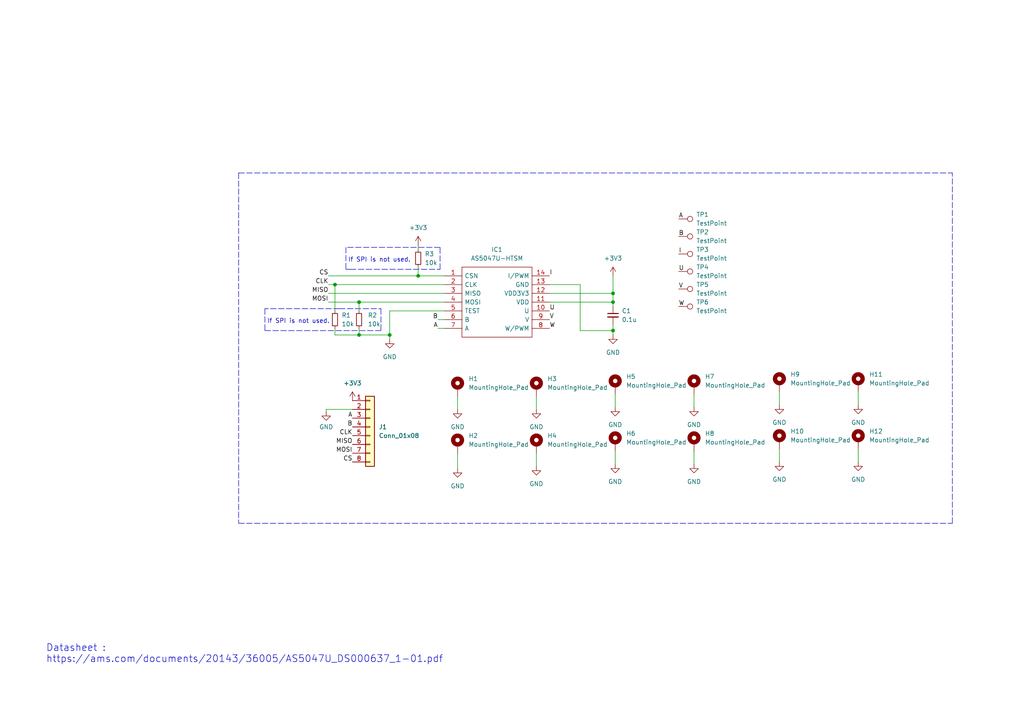
<source format=kicad_sch>
(kicad_sch (version 20211123) (generator eeschema)
  (paper "A4")
  (title_block (title "AS5047U Encoder for CubeSat Projects") (date "2022-01-18") (rev "v01") (company "FIBO") (comment 2 "Author: Kittitouch Lelapiyamit"))
  (lib_symbols
    (symbol "AS5047U-HTSM:AS5047U-HTSM" (pin_names (offset 0.762))
      (property "Reference" "IC" (at 26.67 7.62 0))
      (property "Value" "AS5047U-HTSM" (at 26.67 5.08 0))
      (symbol "AS5047U-HTSM_0_0"
        (pin passive line (at 0 0 0) (length 5.08) (name "CSN") (number "1"))
        (pin passive line (at 30.48 -10.16 180) (length 5.08) (name "U") (number "10"))
        (pin passive line (at 30.48 -7.62 180) (length 5.08) (name "VDD") (number "11"))
        (pin passive line (at 30.48 -5.08 180) (length 5.08) (name "VDD3V3") (number "12"))
        (pin passive line (at 30.48 -2.54 180) (length 5.08) (name "GND") (number "13"))
        (pin passive line (at 30.48 0 180) (length 5.08) (name "I/PWM") (number "14"))
        (pin passive line (at 0 -2.54 0) (length 5.08) (name "CLK") (number "2"))
        (pin passive line (at 0 -5.08 0) (length 5.08) (name "MISO") (number "3"))
        (pin passive line (at 0 -7.62 0) (length 5.08) (name "MOSI") (number "4"))
        (pin passive line (at 0 -10.16 0) (length 5.08) (name "TEST") (number "5"))
        (pin passive line (at 0 -12.7 0) (length 5.08) (name "B") (number "6"))
        (pin passive line (at 0 -15.24 0) (length 5.08) (name "A") (number "7"))
        (pin passive line (at 30.48 -15.24 180) (length 5.08) (name "W/PWM") (number "8"))
        (pin passive line (at 30.48 -12.7 180) (length 5.08) (name "V") (number "9"))
      )
      (symbol "AS5047U-HTSM_0_1"
        (polyline (pts (xy 5.08 2.54) (xy 25.4 2.54) (xy 25.4 -17.78) (xy 5.08 -17.78) (xy 5.08 2.54)) (stroke (width 0.1524)))
      )
    )
    (symbol "Connector:TestPoint" (pin_numbers hide) (pin_names (offset 0.762) hide)
      (property "Reference" "TP" (at 0 6.858 0))
      (property "Value" "TestPoint" (at 0 5.08 0))
      (symbol "TestPoint_0_1"
        (circle (center 0 3.302) (radius 0.762))
      )
      (symbol "TestPoint_1_1"
        (pin passive line (at 0 0 90) (length 2.54) (name "1") (number "1"))
      )
    )
    (symbol "Connector_Generic:Conn_01x08" (pin_names (offset 1.016) hide)
      (property "Reference" "J" (at 0 10.16 0))
      (property "Value" "Conn_01x08" (at 0 -12.7 0))
      (symbol "Conn_01x08_1_1"
        (rectangle (start -1.27 -10.033) (end 0 -10.287) (stroke (width 0.1524)))
        (rectangle (start -1.27 -7.493) (end 0 -7.747) (stroke (width 0.1524)))
        (rectangle (start -1.27 -4.953) (end 0 -5.207) (stroke (width 0.1524)))
        (rectangle (start -1.27 -2.413) (end 0 -2.667) (stroke (width 0.1524)))
        (rectangle (start -1.27 0.127) (end 0 -0.127) (stroke (width 0.1524)))
        (rectangle (start -1.27 2.667) (end 0 2.413) (stroke (width 0.1524)))
        (rectangle (start -1.27 5.207) (end 0 4.953) (stroke (width 0.1524)))
        (rectangle (start -1.27 7.747) (end 0 7.493) (stroke (width 0.1524)))
        (rectangle (start -1.27 8.89) (end 1.27 -11.43) (stroke (width 0.254)) (fill (type background)))
        (pin passive line (at -5.08 7.62 0) (length 3.81) (name "Pin_1") (number "1"))
        (pin passive line (at -5.08 5.08 0) (length 3.81) (name "Pin_2") (number "2"))
        (pin passive line (at -5.08 2.54 0) (length 3.81) (name "Pin_3") (number "3"))
        (pin passive line (at -5.08 0 0) (length 3.81) (name "Pin_4") (number "4"))
        (pin passive line (at -5.08 -2.54 0) (length 3.81) (name "Pin_5") (number "5"))
        (pin passive line (at -5.08 -5.08 0) (length 3.81) (name "Pin_6") (number "6"))
        (pin passive line (at -5.08 -7.62 0) (length 3.81) (name "Pin_7") (number "7"))
        (pin passive line (at -5.08 -10.16 0) (length 3.81) (name "Pin_8") (number "8"))
      )
    )
    (symbol "Device:C_Small" (pin_numbers hide) (pin_names (offset 0.254) hide)
      (property "Reference" "C" (at 0.254 1.778 0))
      (property "Value" "C_Small" (at 0.254 -2.032 0))
      (symbol "C_Small_0_1"
        (polyline (pts (xy -1.524 -0.508) (xy 1.524 -0.508)) (stroke (width 0.3302)))
        (polyline (pts (xy -1.524 0.508) (xy 1.524 0.508)) (stroke (width 0.3048)))
      )
      (symbol "C_Small_1_1"
        (pin passive line (at 0 2.54 270) (length 2.032) (name "~") (number "1"))
        (pin passive line (at 0 -2.54 90) (length 2.032) (name "~") (number "2"))
      )
    )
    (symbol "Device:R_Small" (pin_numbers hide) (pin_names (offset 0.254) hide)
      (property "Reference" "R" (at 0.762 0.508 0))
      (property "Value" "R_Small" (at 0.762 -1.016 0))
      (symbol "R_Small_0_1"
        (rectangle (start -0.762 1.778) (end 0.762 -1.778) (stroke (width 0.2032)))
      )
      (symbol "R_Small_1_1"
        (pin passive line (at 0 2.54 270) (length 0.762) (name "~") (number "1"))
        (pin passive line (at 0 -2.54 90) (length 0.762) (name "~") (number "2"))
      )
    )
    (symbol "Mechanical:MountingHole_Pad" (pin_numbers hide) (pin_names (offset 1.016) hide)
      (property "Reference" "H" (at 0 6.35 0))
      (property "Value" "MountingHole_Pad" (at 0 4.445 0))
      (symbol "MountingHole_Pad_0_1"
        (circle (center 0 1.27) (radius 1.27) (stroke (width 1.27)))
      )
      (symbol "MountingHole_Pad_1_1"
        (pin input line (at 0 -2.54 90) (length 2.54) (name "1") (number "1"))
      )
    )
    (symbol "power:+3.3V" (power) (pin_names (offset 0))
      (property "Value" "+3.3V" (at 0 3.556 0))
      (symbol "+3.3V_0_1"
        (polyline (pts (xy -0.762 1.27) (xy 0 2.54)))
        (polyline (pts (xy 0 0) (xy 0 2.54)))
        (polyline (pts (xy 0 2.54) (xy 0.762 1.27)))
      )
      (symbol "+3.3V_1_1"
        (pin power_in line (at 0 0 90) (length 0) hide (name "+3V3") (number "1"))
      )
    )
    (symbol "power:GND" (power) (pin_names (offset 0))
      (property "Value" "GND" (at 0 -3.81 0))
      (symbol "GND_0_1"
        (polyline (pts (xy 0 0) (xy 0 -1.27) (xy 1.27 -1.27) (xy 0 -2.54) (xy -1.27 -1.27) (xy 0 -1.27)))
      )
      (symbol "GND_1_1"
        (pin power_in line (at 0 0 270) (length 0) hide (name "GND") (number "1"))
      )
    )
  )
  (junction (at 104.14 97.155))
  (junction (at 97.155 82.55))
  (junction (at 121.285 80.01))
  (junction (at 177.8 95.885))
  (junction (at 104.14 87.63))
  (junction (at 177.8 85.09))
  (junction (at 113.03 97.155))
  (junction (at 177.8 87.63))
  (wire (pts (xy 248.92 130.175) (xy 248.92 133.985)))
  (wire (pts (xy 178.435 114.3) (xy 178.435 118.11)))
  (wire (pts (xy 168.275 82.55) (xy 168.275 95.885)))
  (wire (pts (xy 104.14 97.155) (xy 113.03 97.155)))
  (polyline (pts (xy 110.49 89.535) (xy 110.49 95.885)))
  (wire (pts (xy 95.25 82.55) (xy 97.155 82.55)))
  (polyline (pts (xy 101.6 78.105) (xy 127.635 78.105)))
  (wire (pts (xy 104.14 87.63) (xy 104.14 90.17)))
  (wire (pts (xy 127 95.25) (xy 128.905 95.25)))
  (wire (pts (xy 177.8 80.01) (xy 177.8 85.09)))
  (wire (pts (xy 132.715 114.935) (xy 132.715 118.745)))
  (polyline (pts (xy 127.635 71.755) (xy 100.33 71.755)))
  (wire (pts (xy 155.575 131.445) (xy 155.575 135.255)))
  (polyline (pts (xy 76.835 95.885) (xy 110.49 95.885)))
  (polyline (pts (xy 276.225 151.765) (xy 276.225 50.165)))
  (polyline (pts (xy 69.215 50.165) (xy 276.225 50.165)))
  (wire (pts (xy 159.385 87.63) (xy 177.8 87.63)))
  (polyline (pts (xy 127.635 78.105) (xy 127.635 71.755)))
  (wire (pts (xy 104.14 95.25) (xy 104.14 97.155)))
  (polyline (pts (xy 76.835 89.535) (xy 76.835 95.885)))
  (wire (pts (xy 132.715 135.89) (xy 132.715 131.445)))
  (wire (pts (xy 121.285 80.01) (xy 128.905 80.01)))
  (wire (pts (xy 177.8 85.09) (xy 177.8 87.63)))
  (wire (pts (xy 248.92 113.665) (xy 248.92 117.475)))
  (wire (pts (xy 97.155 82.55) (xy 97.155 90.17)))
  (wire (pts (xy 168.275 95.885) (xy 177.8 95.885)))
  (wire (pts (xy 95.25 85.09) (xy 128.905 85.09)))
  (polyline (pts (xy 100.33 78.105) (xy 101.6 78.105)))
  (wire (pts (xy 177.8 95.885) (xy 177.8 97.155)))
  (wire (pts (xy 178.435 130.81) (xy 178.435 134.62)))
  (wire (pts (xy 104.14 87.63) (xy 128.905 87.63)))
  (polyline (pts (xy 98.425 89.535) (xy 110.49 89.535)))
  (wire (pts (xy 177.8 87.63) (xy 177.8 88.9)))
  (wire (pts (xy 97.155 82.55) (xy 128.905 82.55)))
  (polyline (pts (xy 69.215 50.165) (xy 69.215 151.765)))
  (wire (pts (xy 95.25 80.01) (xy 121.285 80.01)))
  (wire (pts (xy 97.155 97.155) (xy 104.14 97.155)))
  (wire (pts (xy 159.385 82.55) (xy 168.275 82.55)))
  (wire (pts (xy 97.155 97.155) (xy 97.155 95.25)))
  (wire (pts (xy 95.25 87.63) (xy 104.14 87.63)))
  (wire (pts (xy 128.905 90.17) (xy 113.03 90.17)))
  (wire (pts (xy 226.06 113.665) (xy 226.06 117.475)))
  (polyline (pts (xy 100.33 71.755) (xy 100.33 78.105)))
  (polyline (pts (xy 69.215 151.765) (xy 276.225 151.765)))
  (wire (pts (xy 201.295 130.81) (xy 201.295 134.62)))
  (wire (pts (xy 121.285 77.47) (xy 121.285 80.01)))
  (wire (pts (xy 102.235 118.745) (xy 94.615 118.745)))
  (wire (pts (xy 121.285 71.12) (xy 121.285 72.39)))
  (wire (pts (xy 177.8 93.98) (xy 177.8 95.885)))
  (wire (pts (xy 113.03 90.17) (xy 113.03 97.155)))
  (wire (pts (xy 94.615 119.38) (xy 94.615 118.745)))
  (wire (pts (xy 155.575 114.935) (xy 155.575 118.745)))
  (wire (pts (xy 201.295 114.3) (xy 201.295 118.11)))
  (wire (pts (xy 127 92.71) (xy 128.905 92.71)))
  (wire (pts (xy 159.385 85.09) (xy 177.8 85.09)))
  (wire (pts (xy 113.03 97.155) (xy 113.03 98.425)))
  (polyline (pts (xy 98.425 89.535) (xy 76.835 89.535)))
  (wire (pts (xy 226.06 130.175) (xy 226.06 133.985)))
  (text "If SPI is not used." (at 100.965 76.2 0) (effects (font (size 1.27 1.27)) (justify left bottom)))
  (text "If SPI is not used." (at 77.47 93.98 0) (effects (font (size 1.27 1.27)) (justify left bottom)))
  (text "Datasheet :\nhttps://ams.com/documents/20143/36005/AS5047U_DS000637_1-01.pdf" (at 13.335 192.405 0) (effects (font (size 2 2)) (justify left bottom)))
  (label "W" (at 196.85 88.9 0))
  (label "CS" (at 95.25 80.01 180))
  (label "W" (at 159.385 95.25 0))
  (label "B" (at 127 92.71 180))
  (label "CS" (at 102.235 133.985 180))
  (label "B" (at 196.85 68.58 0))
  (label "U" (at 196.85 78.74 0))
  (label "MOSI" (at 95.25 87.63 180))
  (label "CLK" (at 102.235 126.365 180))
  (label "I" (at 159.385 80.01 0))
  (label "A" (at 196.85 63.5 0))
  (label "B" (at 102.235 123.825 180))
  (label "CLK" (at 95.25 82.55 180))
  (label "MISO" (at 102.235 128.905 180))
  (label "MOSI" (at 102.235 131.445 180))
  (label "MISO" (at 95.25 85.09 180))
  (label "A" (at 102.235 121.285 180))
  (label "U" (at 159.385 90.17 0))
  (label "V" (at 196.85 83.82 0))
  (label "V" (at 159.385 92.71 0))
  (label "A" (at 127 95.25 180))
  (label "I" (at 196.85 73.66 0))
  (symbol (lib_id "Device:C_Small") (at 177.8 91.44 0) (unit 1)
    (property "Reference" "C1" (at 180.34 90.1762 0) (effects (justify left)))
    (property "Value" "0.1u" (at 180.34 92.7162 0) (effects (justify left)))
    (property "Footprint" "Capacitor_SMD:C_0603_1608Metric_Pad1.08x0.95mm_HandSolder" (effects hide))
  )
  (symbol (lib_id "power:GND") (at 132.715 118.745 0) (unit 1)
    (property "Reference" "#PWR05" (effects hide))
    (property "Value" "GND" (at 132.715 123.825 0))
  )
  (symbol (lib_id "Device:R_Small") (at 97.155 92.71 0) (unit 1)
    (property "Reference" "R1" (at 99.06 91.4399 0) (effects (justify left)))
    (property "Value" "10k" (at 99.06 93.9799 0) (effects (justify left)))
    (property "Footprint" "Resistor_SMD:R_0603_1608Metric_Pad0.98x0.95mm_HandSolder" (effects hide))
  )
  (symbol (lib_id "Connector:TestPoint") (at 196.85 68.58 270) (unit 1)
    (property "Reference" "TP2" (at 201.93 67.3099 90) (effects (justify left)))
    (property "Value" "TestPoint" (at 201.93 69.8499 90) (effects (justify left)))
    (property "Footprint" "TestPoint:TestPoint_Pad_1.0x1.0mm" (effects hide))
  )
  (symbol (lib_id "Connector:TestPoint") (at 196.85 88.9 270) (unit 1)
    (property "Reference" "TP6" (at 201.93 87.6299 90) (effects (justify left)))
    (property "Value" "TestPoint" (at 201.93 90.1699 90) (effects (justify left)))
    (property "Footprint" "TestPoint:TestPoint_Pad_1.0x1.0mm" (effects hide))
  )
  (symbol (lib_id "Connector:TestPoint") (at 196.85 78.74 270) (unit 1)
    (property "Reference" "TP4" (at 201.93 77.4699 90) (effects (justify left)))
    (property "Value" "TestPoint" (at 201.93 80.0099 90) (effects (justify left)))
    (property "Footprint" "TestPoint:TestPoint_Pad_1.0x1.0mm" (effects hide))
  )
  (symbol (lib_id "AS5047U-HTSM:AS5047U-HTSM") (at 128.905 80.01 0) (unit 1)
    (property "Reference" "IC1" (at 144.145 72.39 0))
    (property "Value" "AS5047U-HTSM" (at 144.145 74.93 0))
    (property "Footprint" "AS5047U:SOP65P640X120-14N" (effects hide))
    (property "Datasheet" "https://datasheet.datasheetarchive.com/originals/distributors/Datasheets_SAMA/c3ef85baf5c65a55d97fe066bf0af3b0.pdf" (effects hide))
    (property "Description" "AMS AS5047U-HTSM TSSOP14 LF T&RDP" (effects hide))
    (property "Height" "1.2" (effects hide))
    (property "Manufacturer_Name" "ams" (effects hide))
    (property "Manufacturer_Part_Number" "AS5047U-HTSM" (effects hide))
    (property "Mouser Part Number" "985-AS5047U-HTSM" (effects hide))
    (property "Mouser Price/Stock" "https://www.mouser.co.uk/ProductDetail/ams/AS5047U-HTSM?qs=byeeYqUIh0NGoikretscuw%3D%3D" (effects hide))
    (property "Arrow Part Number" "AS5047U-HTSM" (effects hide))
    (property "Arrow Price/Stock" "https://www.arrow.com/en/products/as5047u-htsm/ams-ag?region=nac" (effects hide))
  )
  (symbol (lib_id "Mechanical:MountingHole_Pad") (at 248.92 127.635 0) (unit 1)
    (property "Reference" "H12" (at 252.095 125.0949 0) (effects (justify left)))
    (property "Value" "MountingHole_Pad" (at 252.095 127.6349 0) (effects (justify left)))
    (property "Footprint" "MountingHole:MountingHole_2.2mm_M2_Pad_Via" (effects hide))
  )
  (symbol (lib_id "Mechanical:MountingHole_Pad") (at 226.06 111.125 0) (unit 1)
    (property "Reference" "H9" (at 229.235 108.5849 0) (effects (justify left)))
    (property "Value" "MountingHole_Pad" (at 229.235 111.1249 0) (effects (justify left)))
    (property "Footprint" "MountingHole:MountingHole_2.2mm_M2_Pad_Via" (effects hide))
  )
  (symbol (lib_id "power:GND") (at 226.06 117.475 0) (unit 1)
    (property "Reference" "#PWR015" (effects hide))
    (property "Value" "GND" (at 226.06 122.555 0))
  )
  (symbol (lib_id "power:+3.3V") (at 102.235 116.205 0) (unit 1)
    (property "Reference" "#PWR02" (effects hide))
    (property "Value" "+3.3V" (at 102.235 111.125 0))
  )
  (symbol (lib_id "power:GND") (at 178.435 118.11 0) (unit 1)
    (property "Reference" "#PWR011" (effects hide))
    (property "Value" "GND" (at 178.435 123.19 0))
  )
  (symbol (lib_id "Mechanical:MountingHole_Pad") (at 155.575 128.905 0) (unit 1)
    (property "Reference" "H4" (at 158.75 126.3649 0) (effects (justify left)))
    (property "Value" "MountingHole_Pad" (at 158.75 128.9049 0) (effects (justify left)))
    (property "Footprint" "MountingHole:MountingHole_2.2mm_M2_Pad_Via" (effects hide))
  )
  (symbol (lib_id "Device:R_Small") (at 104.14 92.71 0) (unit 1)
    (property "Reference" "R2" (at 106.68 91.4399 0) (effects (justify left)))
    (property "Value" "10k" (at 106.68 93.9799 0) (effects (justify left)))
    (property "Footprint" "Resistor_SMD:R_0603_1608Metric_Pad0.98x0.95mm_HandSolder" (effects hide))
  )
  (symbol (lib_id "power:GND") (at 113.03 98.425 0) (unit 1)
    (property "Reference" "#PWR03" (effects hide))
    (property "Value" "GND" (at 113.03 103.505 0))
  )
  (symbol (lib_id "power:GND") (at 201.295 118.11 0) (unit 1)
    (property "Reference" "#PWR013" (effects hide))
    (property "Value" "GND" (at 201.295 123.19 0))
  )
  (symbol (lib_id "power:GND") (at 201.295 134.62 0) (unit 1)
    (property "Reference" "#PWR014" (effects hide))
    (property "Value" "GND" (at 201.295 139.7 0))
  )
  (symbol (lib_id "power:+3.3V") (at 121.285 71.12 0) (unit 1)
    (property "Reference" "#PWR04" (effects hide))
    (property "Value" "+3.3V" (at 121.285 66.04 0))
  )
  (symbol (lib_id "Mechanical:MountingHole_Pad") (at 132.715 112.395 0) (unit 1)
    (property "Reference" "H1" (at 135.89 109.8549 0) (effects (justify left)))
    (property "Value" "MountingHole_Pad" (at 135.89 112.3949 0) (effects (justify left)))
    (property "Footprint" "MountingHole:MountingHole_2.2mm_M2_Pad_Via" (effects hide))
  )
  (symbol (lib_id "Mechanical:MountingHole_Pad") (at 248.92 111.125 0) (unit 1)
    (property "Reference" "H11" (at 252.095 108.5849 0) (effects (justify left)))
    (property "Value" "MountingHole_Pad" (at 252.095 111.1249 0) (effects (justify left)))
    (property "Footprint" "MountingHole:MountingHole_2.2mm_M2_Pad_Via" (effects hide))
  )
  (symbol (lib_id "Mechanical:MountingHole_Pad") (at 201.295 111.76 0) (unit 1)
    (property "Reference" "H7" (at 204.47 109.2199 0) (effects (justify left)))
    (property "Value" "MountingHole_Pad" (at 204.47 111.7599 0) (effects (justify left)))
    (property "Footprint" "MountingHole:MountingHole_2.2mm_M2_Pad_Via" (effects hide))
  )
  (symbol (lib_id "Mechanical:MountingHole_Pad") (at 132.715 128.905 0) (unit 1)
    (property "Reference" "H2" (at 135.89 126.3649 0) (effects (justify left)))
    (property "Value" "MountingHole_Pad" (at 135.89 128.9049 0) (effects (justify left)))
    (property "Footprint" "MountingHole:MountingHole_2.2mm_M2_Pad_Via" (effects hide))
  )
  (symbol (lib_id "Device:R_Small") (at 121.285 74.93 0) (unit 1)
    (property "Reference" "R3" (at 123.19 73.6599 0) (effects (justify left)))
    (property "Value" "10k" (at 123.19 76.1999 0) (effects (justify left)))
    (property "Footprint" "Resistor_SMD:R_0603_1608Metric_Pad0.98x0.95mm_HandSolder" (effects hide))
  )
  (symbol (lib_id "Connector:TestPoint") (at 196.85 73.66 270) (unit 1)
    (property "Reference" "TP3" (at 201.93 72.3899 90) (effects (justify left)))
    (property "Value" "TestPoint" (at 201.93 74.9299 90) (effects (justify left)))
    (property "Footprint" "TestPoint:TestPoint_Pad_1.0x1.0mm" (effects hide))
  )
  (symbol (lib_id "Mechanical:MountingHole_Pad") (at 226.06 127.635 0) (unit 1)
    (property "Reference" "H10" (at 229.235 125.0949 0) (effects (justify left)))
    (property "Value" "MountingHole_Pad" (at 229.235 127.6349 0) (effects (justify left)))
    (property "Footprint" "MountingHole:MountingHole_2.2mm_M2_Pad_Via" (effects hide))
  )
  (symbol (lib_id "Connector_Generic:Conn_01x08") (at 107.315 123.825 0) (unit 1)
    (property "Reference" "J1" (at 109.855 123.8249 0) (effects (justify left)))
    (property "Value" "Conn_01x08" (at 109.855 126.3649 0) (effects (justify left)))
    (property "Footprint" "Connector_JST:JST_XH_S8B-XH-A-1_1x08_P2.50mm_Horizontal" (effects hide))
  )
  (symbol (lib_id "Mechanical:MountingHole_Pad") (at 201.295 128.27 0) (unit 1)
    (property "Reference" "H8" (at 204.47 125.7299 0) (effects (justify left)))
    (property "Value" "MountingHole_Pad" (at 204.47 128.2699 0) (effects (justify left)))
    (property "Footprint" "MountingHole:MountingHole_2.2mm_M2_Pad_Via" (effects hide))
  )
  (symbol (lib_id "Mechanical:MountingHole_Pad") (at 178.435 111.76 0) (unit 1)
    (property "Reference" "H5" (at 181.61 109.2199 0) (effects (justify left)))
    (property "Value" "MountingHole_Pad" (at 181.61 111.7599 0) (effects (justify left)))
    (property "Footprint" "MountingHole:MountingHole_2.2mm_M2_Pad_Via" (effects hide))
  )
  (symbol (lib_id "Connector:TestPoint") (at 196.85 83.82 270) (unit 1)
    (property "Reference" "TP5" (at 201.93 82.5499 90) (effects (justify left)))
    (property "Value" "TestPoint" (at 201.93 85.0899 90) (effects (justify left)))
    (property "Footprint" "TestPoint:TestPoint_Pad_1.0x1.0mm" (effects hide))
  )
  (symbol (lib_id "power:GND") (at 248.92 117.475 0) (unit 1)
    (property "Reference" "#PWR017" (effects hide))
    (property "Value" "GND" (at 248.92 122.555 0))
  )
  (symbol (lib_id "power:GND") (at 178.435 134.62 0) (unit 1)
    (property "Reference" "#PWR012" (effects hide))
    (property "Value" "GND" (at 178.435 139.7 0))
  )
  (symbol (lib_id "power:GND") (at 132.715 135.89 0) (unit 1)
    (property "Reference" "#PWR06" (effects hide))
    (property "Value" "GND" (at 132.715 140.97 0))
  )
  (symbol (lib_id "Mechanical:MountingHole_Pad") (at 155.575 112.395 0) (unit 1)
    (property "Reference" "H3" (at 158.75 109.8549 0) (effects (justify left)))
    (property "Value" "MountingHole_Pad" (at 158.75 112.3949 0) (effects (justify left)))
    (property "Footprint" "MountingHole:MountingHole_2.2mm_M2_Pad_Via" (effects hide))
  )
  (symbol (lib_id "power:+3.3V") (at 177.8 80.01 0) (unit 1)
    (property "Reference" "#PWR09" (effects hide))
    (property "Value" "+3.3V" (at 177.8 74.93 0))
  )
  (symbol (lib_id "Connector:TestPoint") (at 196.85 63.5 270) (unit 1)
    (property "Reference" "TP1" (at 201.93 62.2299 90) (effects (justify left)))
    (property "Value" "TestPoint" (at 201.93 64.7699 90) (effects (justify left)))
    (property "Footprint" "TestPoint:TestPoint_Pad_1.0x1.0mm" (effects hide))
  )
  (symbol (lib_id "power:GND") (at 94.615 119.38 0) (unit 1)
    (property "Reference" "#PWR01" (effects hide))
    (property "Value" "GND" (at 94.615 123.825 0))
  )
  (symbol (lib_id "power:GND") (at 248.92 133.985 0) (unit 1)
    (property "Reference" "#PWR018" (effects hide))
    (property "Value" "GND" (at 248.92 139.065 0))
  )
  (symbol (lib_id "power:GND") (at 155.575 118.745 0) (unit 1)
    (property "Reference" "#PWR07" (effects hide))
    (property "Value" "GND" (at 155.575 123.825 0))
  )
  (symbol (lib_id "Mechanical:MountingHole_Pad") (at 178.435 128.27 0) (unit 1)
    (property "Reference" "H6" (at 181.61 125.7299 0) (effects (justify left)))
    (property "Value" "MountingHole_Pad" (at 181.61 128.2699 0) (effects (justify left)))
    (property "Footprint" "MountingHole:MountingHole_2.2mm_M2_Pad_Via" (effects hide))
  )
  (symbol (lib_id "power:GND") (at 177.8 97.155 0) (unit 1)
    (property "Reference" "#PWR010" (effects hide))
    (property "Value" "GND" (at 177.8 102.235 0))
  )
  (symbol (lib_id "power:GND") (at 226.06 133.985 0) (unit 1)
    (property "Reference" "#PWR016" (effects hide))
    (property "Value" "GND" (at 226.06 139.065 0))
  )
  (symbol (lib_id "power:GND") (at 155.575 135.255 0) (unit 1)
    (property "Reference" "#PWR08" (effects hide))
    (property "Value" "GND" (at 155.575 140.335 0))
  )
)
</source>
